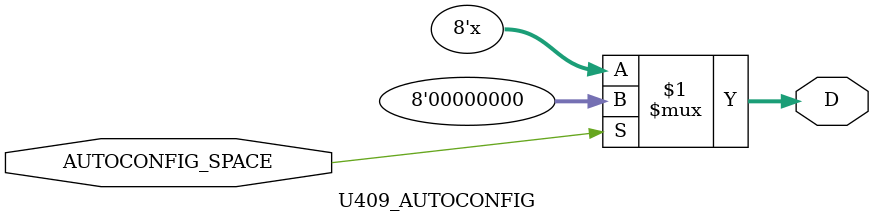
<source format=v>
/*
LICENSE:

This work is released under the Creative Commons Attribution-NonCommercial 4.0 International
https://creativecommons.org/licenses/by-nc/4.0/

You are free to:
Share — copy and redistribute the material in any medium or format
Adapt — remix, transform, and build upon the material
The licensor cannot revoke these freedoms as long as you follow the license terms.

Under the following terms:
Attribution — You must give appropriate credit , provide a link to the license, and indicate if changes were made . You may do so in any reasonable manner, but not in any way that suggests the licensor endorses you or your use.
NonCommercial — You may not use the material for commercial purposes .
No additional restrictions — You may not apply legal terms or technological measures that legally restrict others from doing anything the license permits.

RTL MODULE:

Engineer: Jason Neus
Design Name: U409
Module Name: U409_AUTOCONFIG
Project Name: AmigaPCI
Target Devices: iCE40-HX4K-TQ144

Description: AUTOCONFIG

Revision History:
    XXX

GitHub: https://github.com/jasonsbeer/AmigaPCI
*/

module U409_AUTOCONFIG (
    input AUTOCONFIG_SPACE,

    output [7:0] D
);


assign D = AUTOCONFIG_SPACE ? 8'h00 : 8'bzzzzzzzz;

endmodule
</source>
